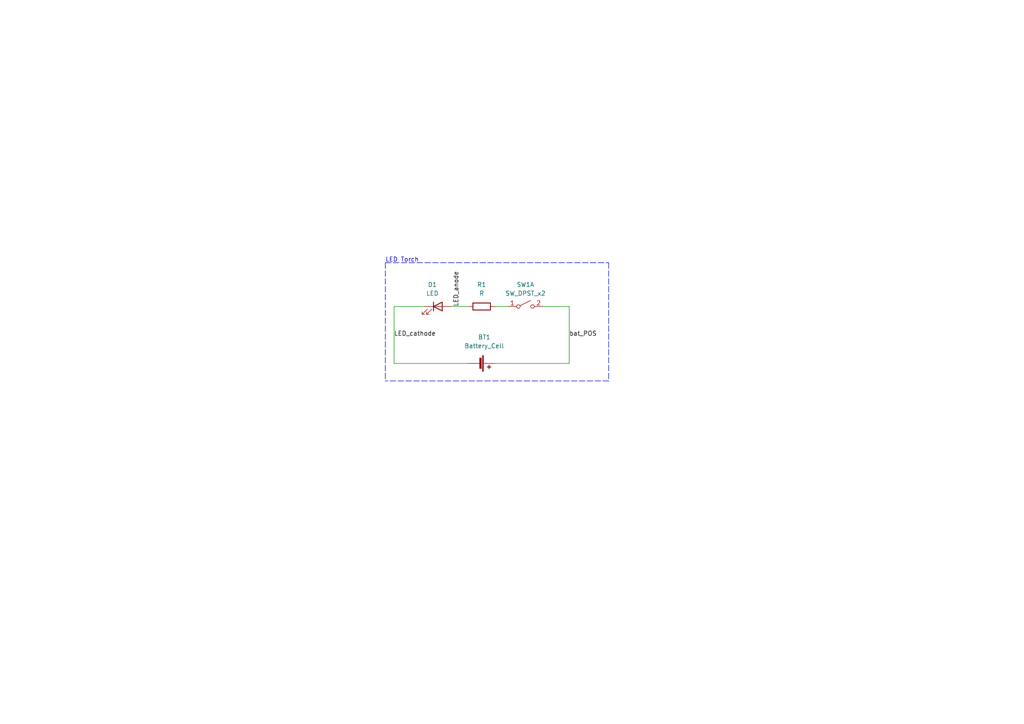
<source format=kicad_sch>
(kicad_sch (version 20211123) (generator eeschema)
  (paper "A4")
  (title_block (title "LED Torch") (date "2025-05-30") (rev "0.0") (comment 1 "Project 1 of Kicad Like A Pro 3e") (comment 2 "Chris. P"))
  (lib_symbols
    (symbol "Device:Battery_Cell" (pin_numbers hide) (pin_names (offset 0) hide)
      (property "Reference" "BT" (at 2.54 2.54 0))
      (property "Value" "Battery_Cell" (at 2.54 0 0))
      (symbol "Battery_Cell_0_1"
        (rectangle (start -2.286 1.778) (end 2.286 1.524) (fill (type outline)))
        (rectangle (start -1.5748 1.1938) (end 1.4732 0.6858) (fill (type outline)))
        (polyline (pts (xy 0 0.762) (xy 0 0)))
        (polyline (pts (xy 0 1.778) (xy 0 2.54)))
        (polyline (pts (xy 0.508 3.429) (xy 1.524 3.429)) (stroke (width 0.254)))
        (polyline (pts (xy 1.016 3.937) (xy 1.016 2.921)) (stroke (width 0.254)))
      )
      (symbol "Battery_Cell_1_1"
        (pin passive line (at 0 5.08 270) (length 2.54) (name "+") (number "1"))
        (pin passive line (at 0 -2.54 90) (length 2.54) (name "-") (number "2"))
      )
    )
    (symbol "Device:LED" (pin_numbers hide) (pin_names (offset 1.016) hide)
      (property "Reference" "D" (at 0 2.54 0))
      (property "Value" "LED" (at 0 -2.54 0))
      (symbol "LED_0_1"
        (polyline (pts (xy -1.27 -1.27) (xy -1.27 1.27)) (stroke (width 0.254)))
        (polyline (pts (xy -1.27 0) (xy 1.27 0)))
        (polyline (pts (xy 1.27 -1.27) (xy 1.27 1.27) (xy -1.27 0) (xy 1.27 -1.27)) (stroke (width 0.254)))
        (polyline (pts (xy -3.048 -0.762) (xy -4.572 -2.286) (xy -3.81 -2.286) (xy -4.572 -2.286) (xy -4.572 -1.524)))
        (polyline (pts (xy -1.778 -0.762) (xy -3.302 -2.286) (xy -2.54 -2.286) (xy -3.302 -2.286) (xy -3.302 -1.524)))
      )
      (symbol "LED_1_1"
        (pin passive line (at -3.81 0 0) (length 2.54) (name "K") (number "1"))
        (pin passive line (at 3.81 0 180) (length 2.54) (name "A") (number "2"))
      )
    )
    (symbol "Device:R" (pin_numbers hide) (pin_names (offset 0))
      (property "Reference" "R" (at 2.032 0 90))
      (property "Value" "R" (at 0 0 90))
      (symbol "R_0_1"
        (rectangle (start -1.016 -2.54) (end 1.016 2.54) (stroke (width 0.254)))
      )
      (symbol "R_1_1"
        (pin passive line (at 0 3.81 270) (length 1.27) (name "~") (number "1"))
        (pin passive line (at 0 -3.81 90) (length 1.27) (name "~") (number "2"))
      )
    )
    (symbol "Switch:SW_DPST_x2" (pin_names (offset 0) hide)
      (property "Reference" "SW" (at 0 3.175 0))
      (property "Value" "SW_DPST_x2" (at 0 -2.54 0))
      (symbol "SW_DPST_x2_0_0"
        (circle (center -2.032 0) (radius 0.508))
        (polyline (pts (xy -1.524 0.254) (xy 1.524 1.778)))
        (circle (center 2.032 0) (radius 0.508))
      )
      (symbol "SW_DPST_x2_1_1"
        (pin passive line (at -5.08 0 0) (length 2.54) (name "A") (number "1"))
        (pin passive line (at 5.08 0 180) (length 2.54) (name "B") (number "2"))
      )
      (symbol "SW_DPST_x2_2_1"
        (pin passive line (at -5.08 0 0) (length 2.54) (name "A") (number "3"))
        (pin passive line (at 5.08 0 180) (length 2.54) (name "B") (number "4"))
      )
    )
  )
  (wire (pts (xy 165.1 88.9) (xy 157.48 88.9)))
  (wire (pts (xy 143.51 105.41) (xy 165.1 105.41)))
  (polyline (pts (xy 111.76 76.2) (xy 111.76 110.49)))
  (wire (pts (xy 114.3 105.41) (xy 135.89 105.41)))
  (wire (pts (xy 130.81 88.9) (xy 135.89 88.9)))
  (wire (pts (xy 143.51 88.9) (xy 147.32 88.9)))
  (wire (pts (xy 165.1 105.41) (xy 165.1 88.9)))
  (polyline (pts (xy 176.53 76.2) (xy 176.53 110.49)))
  (wire (pts (xy 123.19 88.9) (xy 114.3 88.9)))
  (wire (pts (xy 114.3 88.9) (xy 114.3 105.41)))
  (polyline (pts (xy 176.53 110.49) (xy 111.76 110.49)))
  (polyline (pts (xy 111.76 76.2) (xy 176.53 76.2)))
  (text "LED Torch" (at 111.76 76.2 0) (effects (font (size 1.27 1.27)) (justify left bottom)))
  (label "bat_POS" (at 165.1 97.79 0))
  (label "LED_cathode" (at 114.3 97.79 0))
  (label "LED_anode" (at 133.35 88.9 90))
  (symbol (lib_id "Device:R") (at 139.7 88.9 90) (unit 1)
    (property "Reference" "R1" (at 139.7 82.55 90))
    (property "Value" "R" (at 139.7 85.09 90))
    (property "Footprint" "Resistor_THT:R_Axial_DIN0204_L3.6mm_D1.6mm_P7.62mm_Horizontal" (effects hide))
  )
  (symbol (lib_id "Switch:SW_DPST_x2") (at 152.4 88.9 0) (unit 1)
    (property "Reference" "SW1" (at 152.4 82.55 0))
    (property "Value" "SW_DPST_x2" (at 152.4 85.09 0))
    (property "Footprint" "Button_Switch_THT:SW_TH_Tactile_Omron_B3F-10xx" (effects hide))
  )
  (symbol (lib_id "Device:LED") (at 127 88.9 0) (unit 1)
    (property "Reference" "D1" (at 125.4125 82.55 0))
    (property "Value" "LED" (at 125.4125 85.09 0))
    (property "Footprint" "LED_THT:LED_D5.0mm" (effects hide))
  )
  (symbol (lib_id "Device:Battery_Cell") (at 138.43 105.41 270) (unit 1)
    (property "Reference" "BT1" (at 140.462 97.79 90))
    (property "Value" "Battery_Cell" (at 140.462 100.33 90))
    (property "Footprint" "Battery:BatteryHolder_Keystone_1058_1x2032" (effects hide))
  )
)
</source>
